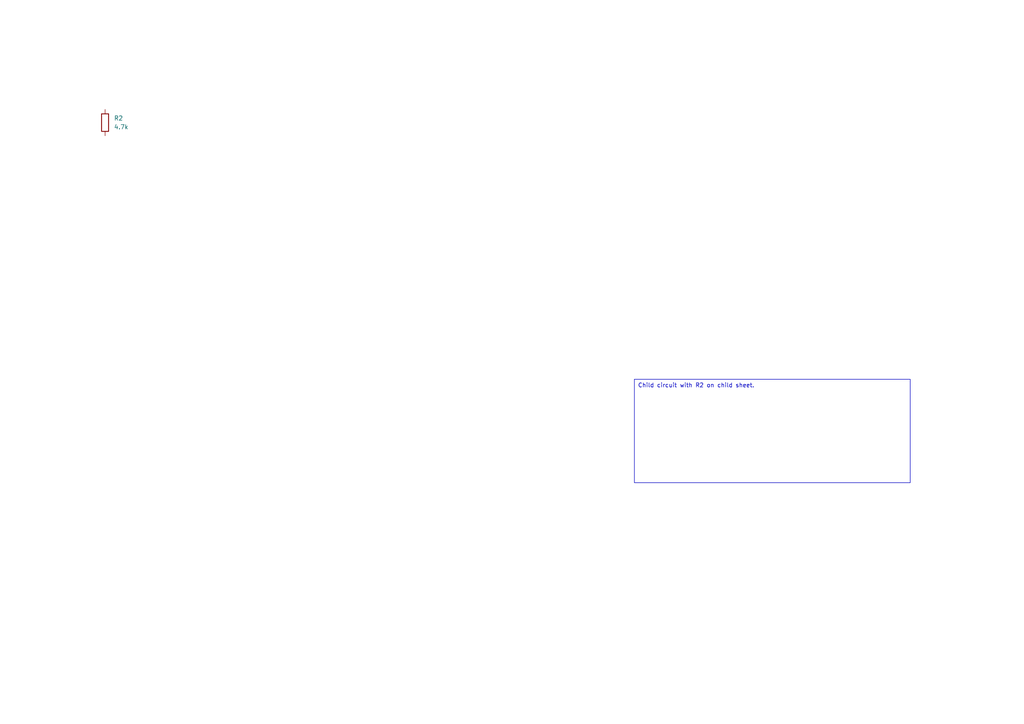
<source format=kicad_sch>
(kicad_sch (version 20250114) (generator "circuit_synth") (generator_version "0.8.36")
  (paper "A4")
  (title_block (title "hierarchical_circuit"))
  (lib_symbols
    (symbol "Device:R" (pin_numbers (hide yes)) (pin_names (offset 0))
      (property "Reference" "R" (at 2.032 0 90))
      (property "Value" "R" (at 0 0 90))
      (symbol "R_0_1"
        (rectangle (start -1.016 -2.54) (end 1.016 2.54) (stroke (width 0.254)))
      )
      (symbol "R_1_1"
        (pin passive line (at 0 3.81 270) (length 1.27) (name "~") (number "1"))
        (pin passive line (at 0 -3.81 90) (length 1.27) (name "~") (number "2"))
      )
    )
  )
  (symbol (lib_id "Device:R") (at 30.48 35.56 0) (unit 1)
    (property "Reference" "R2" (at 33.02 34.2899 0) (effects (justify left)))
    (property "Value" "4.7k" (at 33.02 36.8299 0) (effects (justify left)))
    (property "Footprint" "Resistor_SMD:R_0603_1608Metric" (effects (hide yes)))
    (property "hierarchy_path" "/d29c9cda-a36a-4297-b6a9-413542b07e51/d1b3e426-65a7-4d0b-b4bf-7f02d8d00f2f" (effects (hide yes)))
    (property "project_name" "hierarchical_circuit" (effects (hide yes)))
    (property "root_uuid" "d29c9cda-a36a-4297-b6a9-413542b07e51" (effects (hide yes)))
  )
  (text_box "Child circuit with R2 on child sheet." (at 184 110 0) (size 80 30) (margins 1 1 1 1) (effects (font (size 1.2 1.2)) (justify left top)))
)
</source>
